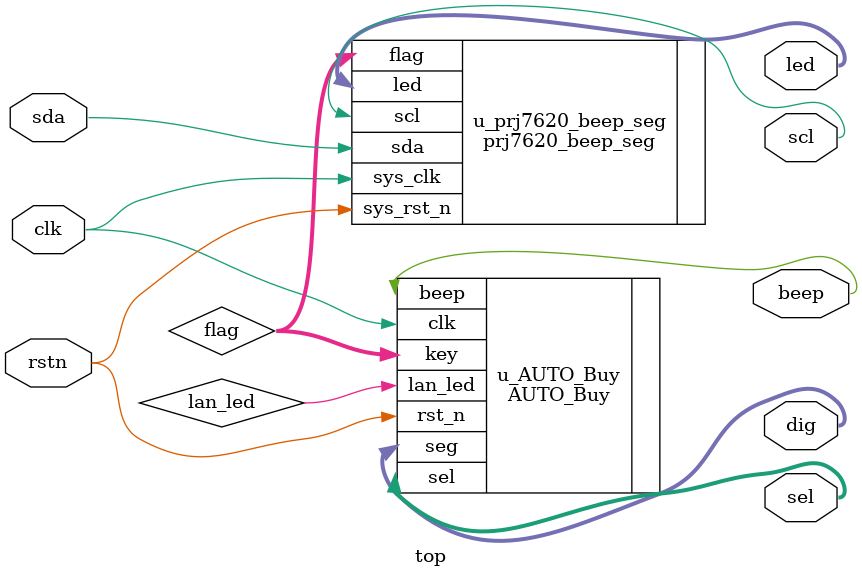
<source format=v>
module top (
    input       wire        clk         ,
    input       wire        rstn        ,
    // input    wire    [3:0]    key       ,   //按键
	
	output	wire			scl			,
	output	wire	[3:0]	led			,
	output	wire	[7:0]	dig			,
	output	wire	[5:0]	sel			,
	output	wire			beep		,
	
	inout	wire			sda	
);

wire [3:0]  flag;

AUTO_Buy u_AUTO_Buy(
    .clk       (clk),   //时钟 50M
    .rst_n     (rstn),   //复位
    .key       (flag),   //按键
    .beep      (beep),   //蜂鸣器
    // .led       (led),   //售货机状态灯效
    .sel       (sel),   //数码管位选
    .seg       (dig),   //数码管段选
    .lan_led   (lan_led)   //音乐播放灯效
 
);

prj7620_beep_seg u_prj7620_beep_seg(
	.sys_clk		(clk),
	.sys_rst_n	    (rstn),
	.scl			(scl),
	.led			(led),
	// .dig			(dig),
    .flag           (flag),
	// .sel			(sel),
//	.beep		    (beep),
	.sda	        (sda)
);

endmodule //top
</source>
